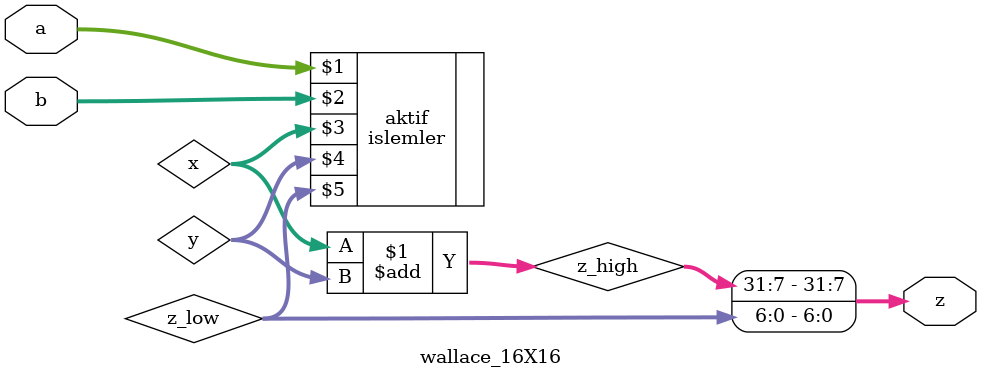
<source format=v>
module wallace_16X16(a,b,z);                             // 16 * 16 wt product
    input  [15:00] a;                                    // 16 bits
    input  [15:00] b;                                    // "6 bits
    output [31:00] z;                                    // product
    wire   [31:07] x;                                    // sum high
    wire   [31:07] y;                                    // carry high
    wire   [31:07] z_high;                               // product high
    wire   [06:00] z_low;                                // product low
    islemler aktif (a, b, x, y, z_low);        			 // partial product
    assign z_high = x + y;
    assign z = {z_high,z_low};                           // product
endmodule
</source>
